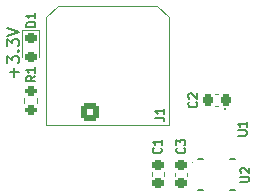
<source format=gto>
G04 #@! TF.GenerationSoftware,KiCad,Pcbnew,(6.0.11-0)*
G04 #@! TF.CreationDate,2023-06-01T20:00:55-06:00*
G04 #@! TF.ProjectId,LIDPCB,4c494450-4342-42e6-9b69-6361645f7063,rev?*
G04 #@! TF.SameCoordinates,Original*
G04 #@! TF.FileFunction,Legend,Top*
G04 #@! TF.FilePolarity,Positive*
%FSLAX46Y46*%
G04 Gerber Fmt 4.6, Leading zero omitted, Abs format (unit mm)*
G04 Created by KiCad (PCBNEW (6.0.11-0)) date 2023-06-01 20:00:55*
%MOMM*%
%LPD*%
G01*
G04 APERTURE LIST*
G04 Aperture macros list*
%AMRoundRect*
0 Rectangle with rounded corners*
0 $1 Rounding radius*
0 $2 $3 $4 $5 $6 $7 $8 $9 X,Y pos of 4 corners*
0 Add a 4 corners polygon primitive as box body*
4,1,4,$2,$3,$4,$5,$6,$7,$8,$9,$2,$3,0*
0 Add four circle primitives for the rounded corners*
1,1,$1+$1,$2,$3*
1,1,$1+$1,$4,$5*
1,1,$1+$1,$6,$7*
1,1,$1+$1,$8,$9*
0 Add four rect primitives between the rounded corners*
20,1,$1+$1,$2,$3,$4,$5,0*
20,1,$1+$1,$4,$5,$6,$7,0*
20,1,$1+$1,$6,$7,$8,$9,0*
20,1,$1+$1,$8,$9,$2,$3,0*%
G04 Aperture macros list end*
%ADD10C,0.160000*%
%ADD11C,0.150000*%
%ADD12C,0.120000*%
%ADD13C,0.127000*%
%ADD14C,0.100000*%
%ADD15C,5.600000*%
%ADD16RoundRect,0.225000X0.250000X-0.225000X0.250000X0.225000X-0.250000X0.225000X-0.250000X-0.225000X0*%
%ADD17RoundRect,0.225000X-0.250000X0.225000X-0.250000X-0.225000X0.250000X-0.225000X0.250000X0.225000X0*%
%ADD18R,0.600000X0.350000*%
%ADD19R,0.350000X0.600000*%
%ADD20R,0.660400X0.812800*%
%ADD21RoundRect,0.225000X-0.225000X-0.250000X0.225000X-0.250000X0.225000X0.250000X-0.225000X0.250000X0*%
%ADD22RoundRect,0.218750X-0.256250X0.218750X-0.256250X-0.218750X0.256250X-0.218750X0.256250X0.218750X0*%
%ADD23RoundRect,0.200000X-0.275000X0.200000X-0.275000X-0.200000X0.275000X-0.200000X0.275000X0.200000X0*%
%ADD24C,3.000000*%
%ADD25RoundRect,0.250001X-0.499999X-0.499999X0.499999X-0.499999X0.499999X0.499999X-0.499999X0.499999X0*%
%ADD26C,1.500000*%
G04 APERTURE END LIST*
D10*
X101371428Y-106000000D02*
X101371428Y-105238095D01*
X101752380Y-105619047D02*
X100990476Y-105619047D01*
X100752380Y-104857142D02*
X100752380Y-104238095D01*
X101133333Y-104571428D01*
X101133333Y-104428571D01*
X101180952Y-104333333D01*
X101228571Y-104285714D01*
X101323809Y-104238095D01*
X101561904Y-104238095D01*
X101657142Y-104285714D01*
X101704761Y-104333333D01*
X101752380Y-104428571D01*
X101752380Y-104714285D01*
X101704761Y-104809523D01*
X101657142Y-104857142D01*
X101657142Y-103809523D02*
X101704761Y-103761904D01*
X101752380Y-103809523D01*
X101704761Y-103857142D01*
X101657142Y-103809523D01*
X101752380Y-103809523D01*
X100752380Y-103428571D02*
X100752380Y-102809523D01*
X101133333Y-103142857D01*
X101133333Y-103000000D01*
X101180952Y-102904761D01*
X101228571Y-102857142D01*
X101323809Y-102809523D01*
X101561904Y-102809523D01*
X101657142Y-102857142D01*
X101704761Y-102904761D01*
X101752380Y-103000000D01*
X101752380Y-103285714D01*
X101704761Y-103380952D01*
X101657142Y-103428571D01*
X100752380Y-102523809D02*
X101752380Y-102190476D01*
X100752380Y-101857142D01*
D11*
X115767857Y-112025000D02*
X115803571Y-112060714D01*
X115839285Y-112167857D01*
X115839285Y-112239285D01*
X115803571Y-112346428D01*
X115732142Y-112417857D01*
X115660714Y-112453571D01*
X115517857Y-112489285D01*
X115410714Y-112489285D01*
X115267857Y-112453571D01*
X115196428Y-112417857D01*
X115125000Y-112346428D01*
X115089285Y-112239285D01*
X115089285Y-112167857D01*
X115125000Y-112060714D01*
X115160714Y-112025000D01*
X115089285Y-111775000D02*
X115089285Y-111310714D01*
X115375000Y-111560714D01*
X115375000Y-111453571D01*
X115410714Y-111382142D01*
X115446428Y-111346428D01*
X115517857Y-111310714D01*
X115696428Y-111310714D01*
X115767857Y-111346428D01*
X115803571Y-111382142D01*
X115839285Y-111453571D01*
X115839285Y-111667857D01*
X115803571Y-111739285D01*
X115767857Y-111775000D01*
X113767857Y-112025000D02*
X113803571Y-112060714D01*
X113839285Y-112167857D01*
X113839285Y-112239285D01*
X113803571Y-112346428D01*
X113732142Y-112417857D01*
X113660714Y-112453571D01*
X113517857Y-112489285D01*
X113410714Y-112489285D01*
X113267857Y-112453571D01*
X113196428Y-112417857D01*
X113125000Y-112346428D01*
X113089285Y-112239285D01*
X113089285Y-112167857D01*
X113125000Y-112060714D01*
X113160714Y-112025000D01*
X113839285Y-111310714D02*
X113839285Y-111739285D01*
X113839285Y-111525000D02*
X113089285Y-111525000D01*
X113196428Y-111596428D01*
X113267857Y-111667857D01*
X113303571Y-111739285D01*
X120489285Y-114871428D02*
X121096428Y-114871428D01*
X121167857Y-114835714D01*
X121203571Y-114800000D01*
X121239285Y-114728571D01*
X121239285Y-114585714D01*
X121203571Y-114514285D01*
X121167857Y-114478571D01*
X121096428Y-114442857D01*
X120489285Y-114442857D01*
X120560714Y-114121428D02*
X120525000Y-114085714D01*
X120489285Y-114014285D01*
X120489285Y-113835714D01*
X120525000Y-113764285D01*
X120560714Y-113728571D01*
X120632142Y-113692857D01*
X120703571Y-113692857D01*
X120810714Y-113728571D01*
X121239285Y-114157142D01*
X121239285Y-113692857D01*
X120289285Y-110971428D02*
X120896428Y-110971428D01*
X120967857Y-110935714D01*
X121003571Y-110900000D01*
X121039285Y-110828571D01*
X121039285Y-110685714D01*
X121003571Y-110614285D01*
X120967857Y-110578571D01*
X120896428Y-110542857D01*
X120289285Y-110542857D01*
X121039285Y-109792857D02*
X121039285Y-110221428D01*
X121039285Y-110007142D02*
X120289285Y-110007142D01*
X120396428Y-110078571D01*
X120467857Y-110150000D01*
X120503571Y-110221428D01*
X116767857Y-108125000D02*
X116803571Y-108160714D01*
X116839285Y-108267857D01*
X116839285Y-108339285D01*
X116803571Y-108446428D01*
X116732142Y-108517857D01*
X116660714Y-108553571D01*
X116517857Y-108589285D01*
X116410714Y-108589285D01*
X116267857Y-108553571D01*
X116196428Y-108517857D01*
X116125000Y-108446428D01*
X116089285Y-108339285D01*
X116089285Y-108267857D01*
X116125000Y-108160714D01*
X116160714Y-108125000D01*
X116160714Y-107839285D02*
X116125000Y-107803571D01*
X116089285Y-107732142D01*
X116089285Y-107553571D01*
X116125000Y-107482142D01*
X116160714Y-107446428D01*
X116232142Y-107410714D01*
X116303571Y-107410714D01*
X116410714Y-107446428D01*
X116839285Y-107875000D01*
X116839285Y-107410714D01*
X103139285Y-101753571D02*
X102389285Y-101753571D01*
X102389285Y-101575000D01*
X102425000Y-101467857D01*
X102496428Y-101396428D01*
X102567857Y-101360714D01*
X102710714Y-101325000D01*
X102817857Y-101325000D01*
X102960714Y-101360714D01*
X103032142Y-101396428D01*
X103103571Y-101467857D01*
X103139285Y-101575000D01*
X103139285Y-101753571D01*
X103139285Y-100610714D02*
X103139285Y-101039285D01*
X103139285Y-100825000D02*
X102389285Y-100825000D01*
X102496428Y-100896428D01*
X102567857Y-100967857D01*
X102603571Y-101039285D01*
X103139285Y-105925000D02*
X102782142Y-106175000D01*
X103139285Y-106353571D02*
X102389285Y-106353571D01*
X102389285Y-106067857D01*
X102425000Y-105996428D01*
X102460714Y-105960714D01*
X102532142Y-105925000D01*
X102639285Y-105925000D01*
X102710714Y-105960714D01*
X102746428Y-105996428D01*
X102782142Y-106067857D01*
X102782142Y-106353571D01*
X103139285Y-105210714D02*
X103139285Y-105639285D01*
X103139285Y-105425000D02*
X102389285Y-105425000D01*
X102496428Y-105496428D01*
X102567857Y-105567857D01*
X102603571Y-105639285D01*
X113289285Y-109450000D02*
X113825000Y-109450000D01*
X113932142Y-109485714D01*
X114003571Y-109557142D01*
X114039285Y-109664285D01*
X114039285Y-109735714D01*
X114039285Y-108700000D02*
X114039285Y-109128571D01*
X114039285Y-108914285D02*
X113289285Y-108914285D01*
X113396428Y-108985714D01*
X113467857Y-109057142D01*
X113503571Y-109128571D01*
D12*
X116010000Y-114390580D02*
X116010000Y-114109420D01*
X114990000Y-114390580D02*
X114990000Y-114109420D01*
X114010000Y-114084420D02*
X114010000Y-114365580D01*
X112990000Y-114084420D02*
X112990000Y-114365580D01*
D13*
X116950000Y-115550000D02*
X117350000Y-115550000D01*
X120050000Y-115550000D02*
X119650000Y-115550000D01*
X120050000Y-112950000D02*
X119650000Y-112950000D01*
X117350000Y-112950000D02*
X116950000Y-112950000D01*
D14*
X116450000Y-113250000D02*
G75*
G03*
X116450000Y-113250000I-50000J0D01*
G01*
D12*
X119276199Y-108698200D02*
G75*
G03*
X119276199Y-108698200I-76200J0D01*
G01*
X118359420Y-108510000D02*
X118640580Y-108510000D01*
X118359420Y-107490000D02*
X118640580Y-107490000D01*
X103485000Y-104300000D02*
X103485000Y-102015000D01*
X102015000Y-102015000D02*
X102015000Y-104300000D01*
X103485000Y-102015000D02*
X102015000Y-102015000D01*
X103272500Y-107762742D02*
X103272500Y-108237258D01*
X102227500Y-107762742D02*
X102227500Y-108237258D01*
X104065000Y-100970000D02*
X105065000Y-99970000D01*
X104065000Y-110100000D02*
X104065000Y-100970000D01*
X105065000Y-99970000D02*
X113435000Y-99970000D01*
X113435000Y-99970000D02*
X114435000Y-100970000D01*
X114435000Y-110100000D02*
X104065000Y-110100000D01*
X114435000Y-100970000D02*
X114435000Y-110100000D01*
%LPC*%
D15*
X103500000Y-113500000D03*
D16*
X115500000Y-115025000D03*
X115500000Y-113475000D03*
D17*
X113500000Y-113450000D03*
X113500000Y-115000000D03*
D18*
X117340000Y-113500000D03*
X117340000Y-114000000D03*
X117340000Y-114500000D03*
X117340000Y-115000000D03*
D19*
X118000000Y-115160000D03*
X118500000Y-115160000D03*
X119000000Y-115160000D03*
D18*
X119660000Y-115000000D03*
X119660000Y-114500000D03*
X119660000Y-114000000D03*
X119660000Y-113500000D03*
D19*
X119000000Y-113340000D03*
X118500000Y-113340000D03*
X118000000Y-113340000D03*
D20*
X119199998Y-109806200D03*
X118000000Y-109806200D03*
X118000000Y-111000000D03*
X119199998Y-111000000D03*
D21*
X117725000Y-108000000D03*
X119275000Y-108000000D03*
D22*
X102750000Y-102712500D03*
X102750000Y-104287500D03*
D15*
X118500000Y-103500000D03*
D23*
X102750000Y-107175000D03*
X102750000Y-108825000D03*
D24*
X109250000Y-104680000D03*
D25*
X107750000Y-109000000D03*
D26*
X110750000Y-109000000D03*
X107750000Y-112000000D03*
X110750000Y-112000000D03*
M02*

</source>
